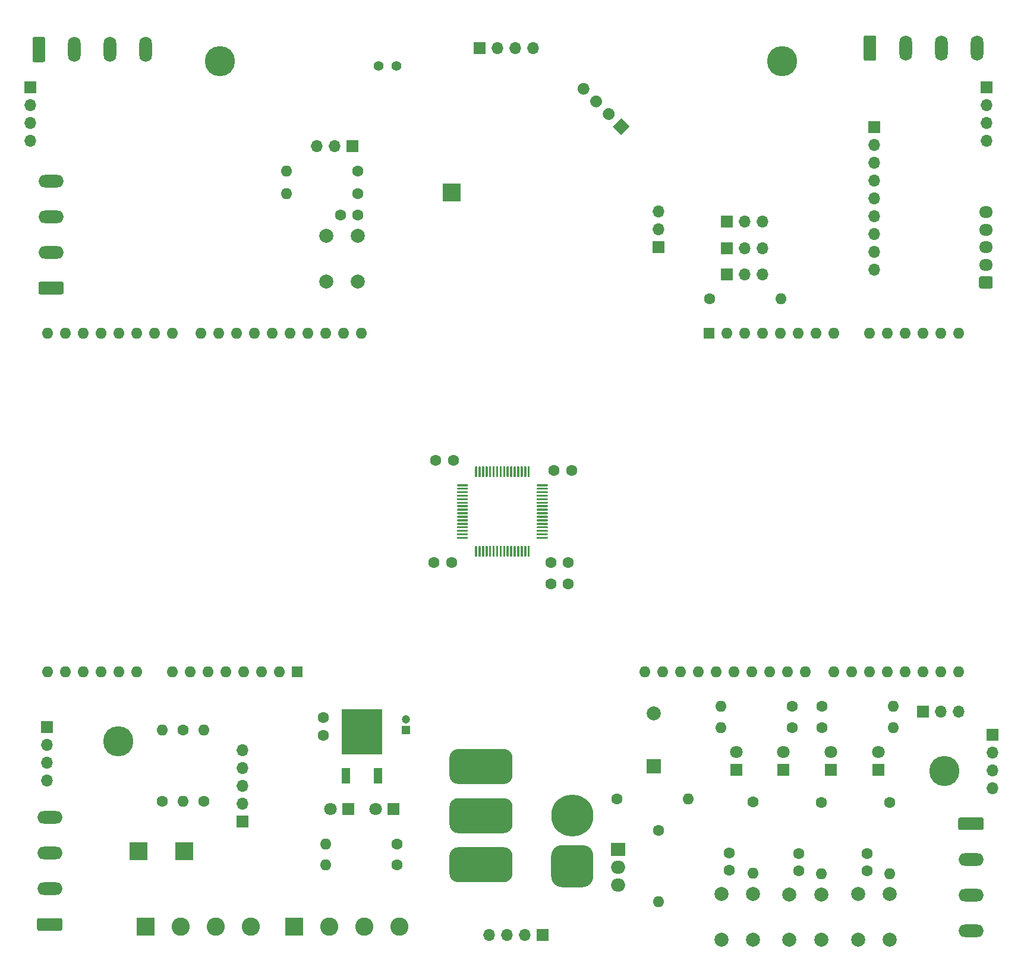
<source format=gts>
G04 #@! TF.GenerationSoftware,KiCad,Pcbnew,(5.1.9)-1*
G04 #@! TF.CreationDate,2022-03-30T20:26:24+02:00*
G04 #@! TF.ProjectId,robot_mobilny_pcb,726f626f-745f-46d6-9f62-696c6e795f70,rev?*
G04 #@! TF.SameCoordinates,Original*
G04 #@! TF.FileFunction,Soldermask,Top*
G04 #@! TF.FilePolarity,Negative*
%FSLAX46Y46*%
G04 Gerber Fmt 4.6, Leading zero omitted, Abs format (unit mm)*
G04 Created by KiCad (PCBNEW (5.1.9)-1) date 2022-03-30 20:26:24*
%MOMM*%
%LPD*%
G01*
G04 APERTURE LIST*
%ADD10R,2.500000X2.500000*%
%ADD11C,1.400000*%
%ADD12C,0.100000*%
%ADD13O,1.600000X1.600000*%
%ADD14R,1.600000X1.600000*%
%ADD15C,4.300000*%
%ADD16C,2.600000*%
%ADD17R,2.600000X2.600000*%
%ADD18R,1.700000X1.700000*%
%ADD19O,1.700000X1.700000*%
%ADD20C,1.600000*%
%ADD21C,1.800000*%
%ADD22R,1.800000X1.800000*%
%ADD23C,1.200000*%
%ADD24R,1.200000X1.200000*%
%ADD25R,2.000000X2.000000*%
%ADD26C,2.000000*%
%ADD27R,1.200000X2.200000*%
%ADD28R,5.800000X6.400000*%
%ADD29O,3.600000X1.800000*%
%ADD30O,1.800000X3.600000*%
%ADD31O,1.950000X1.700000*%
%ADD32C,6.000000*%
%ADD33O,2.000000X1.905000*%
%ADD34R,2.000000X1.905000*%
G04 APERTURE END LIST*
D10*
X81800000Y-84200000D03*
X37200000Y-178100000D03*
X43700000Y-178100000D03*
D11*
X73940000Y-66100000D03*
X71400000Y-66100000D03*
D12*
G36*
X105992102Y-73590020D02*
G01*
X107194184Y-74792102D01*
X105992102Y-75994184D01*
X104790020Y-74792102D01*
X105992102Y-73590020D01*
G37*
G36*
G01*
X104797092Y-72395010D02*
X104797092Y-72395010D01*
G75*
G02*
X104797092Y-73597092I-601041J-601041D01*
G01*
X104797092Y-73597092D01*
G75*
G02*
X103595010Y-73597092I-601041J601041D01*
G01*
X103595010Y-73597092D01*
G75*
G02*
X103595010Y-72395010I601041J601041D01*
G01*
X103595010Y-72395010D01*
G75*
G02*
X104797092Y-72395010I601041J-601041D01*
G01*
G37*
G36*
G01*
X103001041Y-70598959D02*
X103001041Y-70598959D01*
G75*
G02*
X103001041Y-71801041I-601041J-601041D01*
G01*
X103001041Y-71801041D01*
G75*
G02*
X101798959Y-71801041I-601041J601041D01*
G01*
X101798959Y-71801041D01*
G75*
G02*
X101798959Y-70598959I601041J601041D01*
G01*
X101798959Y-70598959D01*
G75*
G02*
X103001041Y-70598959I601041J-601041D01*
G01*
G37*
G36*
G01*
X101204989Y-68802907D02*
X101204989Y-68802907D01*
G75*
G02*
X101204989Y-70004989I-601041J-601041D01*
G01*
X101204989Y-70004989D01*
G75*
G02*
X100002907Y-70004989I-601041J601041D01*
G01*
X100002907Y-70004989D01*
G75*
G02*
X100002907Y-68802907I601041J601041D01*
G01*
X100002907Y-68802907D01*
G75*
G02*
X101204989Y-68802907I601041J-601041D01*
G01*
G37*
D13*
X26820000Y-104250000D03*
X24280000Y-104250000D03*
X63900000Y-104250000D03*
X24280000Y-152510000D03*
X61360000Y-104250000D03*
X26820000Y-152510000D03*
X58820000Y-104250000D03*
X29360000Y-152510000D03*
X56280000Y-104250000D03*
X31900000Y-152510000D03*
X53740000Y-104250000D03*
X34440000Y-152510000D03*
X51200000Y-104250000D03*
X36980000Y-152510000D03*
X48660000Y-104250000D03*
X42060000Y-152510000D03*
X46120000Y-104250000D03*
X44600000Y-152510000D03*
X42060000Y-104250000D03*
X47140000Y-152510000D03*
X39520000Y-104250000D03*
X49680000Y-152510000D03*
X36980000Y-104250000D03*
X52220000Y-152510000D03*
X34440000Y-104250000D03*
X54760000Y-152510000D03*
X31900000Y-104250000D03*
X57300000Y-152510000D03*
X29360000Y-104250000D03*
D14*
X59840000Y-152510000D03*
D13*
X66440000Y-104250000D03*
X68980000Y-104250000D03*
X109310000Y-152510000D03*
X111850000Y-152510000D03*
D14*
X118450000Y-104250000D03*
D13*
X148930000Y-152510000D03*
X120990000Y-104250000D03*
X146390000Y-152510000D03*
X123530000Y-104250000D03*
X143850000Y-152510000D03*
X126070000Y-104250000D03*
X141310000Y-152510000D03*
X128610000Y-104250000D03*
X138770000Y-152510000D03*
X131150000Y-104250000D03*
X136230000Y-152510000D03*
X133690000Y-104250000D03*
X132170000Y-152510000D03*
X136230000Y-104250000D03*
X129630000Y-152510000D03*
X141310000Y-104250000D03*
X127090000Y-152510000D03*
X143850000Y-104250000D03*
X124550000Y-152510000D03*
X146390000Y-104250000D03*
X122010000Y-152510000D03*
X148930000Y-104250000D03*
X119470000Y-152510000D03*
X151470000Y-104250000D03*
X116930000Y-152510000D03*
X154010000Y-104250000D03*
X114390000Y-152510000D03*
X154010000Y-152510000D03*
X151470000Y-152510000D03*
G36*
G01*
X85150000Y-124675000D02*
X85150000Y-123275000D01*
G75*
G02*
X85225000Y-123200000I75000J0D01*
G01*
X85375000Y-123200000D01*
G75*
G02*
X85450000Y-123275000I0J-75000D01*
G01*
X85450000Y-124675000D01*
G75*
G02*
X85375000Y-124750000I-75000J0D01*
G01*
X85225000Y-124750000D01*
G75*
G02*
X85150000Y-124675000I0J75000D01*
G01*
G37*
G36*
G01*
X85650000Y-124675000D02*
X85650000Y-123275000D01*
G75*
G02*
X85725000Y-123200000I75000J0D01*
G01*
X85875000Y-123200000D01*
G75*
G02*
X85950000Y-123275000I0J-75000D01*
G01*
X85950000Y-124675000D01*
G75*
G02*
X85875000Y-124750000I-75000J0D01*
G01*
X85725000Y-124750000D01*
G75*
G02*
X85650000Y-124675000I0J75000D01*
G01*
G37*
G36*
G01*
X86150000Y-124675000D02*
X86150000Y-123275000D01*
G75*
G02*
X86225000Y-123200000I75000J0D01*
G01*
X86375000Y-123200000D01*
G75*
G02*
X86450000Y-123275000I0J-75000D01*
G01*
X86450000Y-124675000D01*
G75*
G02*
X86375000Y-124750000I-75000J0D01*
G01*
X86225000Y-124750000D01*
G75*
G02*
X86150000Y-124675000I0J75000D01*
G01*
G37*
G36*
G01*
X86650000Y-124675000D02*
X86650000Y-123275000D01*
G75*
G02*
X86725000Y-123200000I75000J0D01*
G01*
X86875000Y-123200000D01*
G75*
G02*
X86950000Y-123275000I0J-75000D01*
G01*
X86950000Y-124675000D01*
G75*
G02*
X86875000Y-124750000I-75000J0D01*
G01*
X86725000Y-124750000D01*
G75*
G02*
X86650000Y-124675000I0J75000D01*
G01*
G37*
G36*
G01*
X87150000Y-124675000D02*
X87150000Y-123275000D01*
G75*
G02*
X87225000Y-123200000I75000J0D01*
G01*
X87375000Y-123200000D01*
G75*
G02*
X87450000Y-123275000I0J-75000D01*
G01*
X87450000Y-124675000D01*
G75*
G02*
X87375000Y-124750000I-75000J0D01*
G01*
X87225000Y-124750000D01*
G75*
G02*
X87150000Y-124675000I0J75000D01*
G01*
G37*
G36*
G01*
X87650000Y-124675000D02*
X87650000Y-123275000D01*
G75*
G02*
X87725000Y-123200000I75000J0D01*
G01*
X87875000Y-123200000D01*
G75*
G02*
X87950000Y-123275000I0J-75000D01*
G01*
X87950000Y-124675000D01*
G75*
G02*
X87875000Y-124750000I-75000J0D01*
G01*
X87725000Y-124750000D01*
G75*
G02*
X87650000Y-124675000I0J75000D01*
G01*
G37*
G36*
G01*
X88150000Y-124675000D02*
X88150000Y-123275000D01*
G75*
G02*
X88225000Y-123200000I75000J0D01*
G01*
X88375000Y-123200000D01*
G75*
G02*
X88450000Y-123275000I0J-75000D01*
G01*
X88450000Y-124675000D01*
G75*
G02*
X88375000Y-124750000I-75000J0D01*
G01*
X88225000Y-124750000D01*
G75*
G02*
X88150000Y-124675000I0J75000D01*
G01*
G37*
G36*
G01*
X88650000Y-124675000D02*
X88650000Y-123275000D01*
G75*
G02*
X88725000Y-123200000I75000J0D01*
G01*
X88875000Y-123200000D01*
G75*
G02*
X88950000Y-123275000I0J-75000D01*
G01*
X88950000Y-124675000D01*
G75*
G02*
X88875000Y-124750000I-75000J0D01*
G01*
X88725000Y-124750000D01*
G75*
G02*
X88650000Y-124675000I0J75000D01*
G01*
G37*
G36*
G01*
X89150000Y-124675000D02*
X89150000Y-123275000D01*
G75*
G02*
X89225000Y-123200000I75000J0D01*
G01*
X89375000Y-123200000D01*
G75*
G02*
X89450000Y-123275000I0J-75000D01*
G01*
X89450000Y-124675000D01*
G75*
G02*
X89375000Y-124750000I-75000J0D01*
G01*
X89225000Y-124750000D01*
G75*
G02*
X89150000Y-124675000I0J75000D01*
G01*
G37*
G36*
G01*
X89650000Y-124675000D02*
X89650000Y-123275000D01*
G75*
G02*
X89725000Y-123200000I75000J0D01*
G01*
X89875000Y-123200000D01*
G75*
G02*
X89950000Y-123275000I0J-75000D01*
G01*
X89950000Y-124675000D01*
G75*
G02*
X89875000Y-124750000I-75000J0D01*
G01*
X89725000Y-124750000D01*
G75*
G02*
X89650000Y-124675000I0J75000D01*
G01*
G37*
G36*
G01*
X90150000Y-124675000D02*
X90150000Y-123275000D01*
G75*
G02*
X90225000Y-123200000I75000J0D01*
G01*
X90375000Y-123200000D01*
G75*
G02*
X90450000Y-123275000I0J-75000D01*
G01*
X90450000Y-124675000D01*
G75*
G02*
X90375000Y-124750000I-75000J0D01*
G01*
X90225000Y-124750000D01*
G75*
G02*
X90150000Y-124675000I0J75000D01*
G01*
G37*
G36*
G01*
X90650000Y-124675000D02*
X90650000Y-123275000D01*
G75*
G02*
X90725000Y-123200000I75000J0D01*
G01*
X90875000Y-123200000D01*
G75*
G02*
X90950000Y-123275000I0J-75000D01*
G01*
X90950000Y-124675000D01*
G75*
G02*
X90875000Y-124750000I-75000J0D01*
G01*
X90725000Y-124750000D01*
G75*
G02*
X90650000Y-124675000I0J75000D01*
G01*
G37*
G36*
G01*
X91150000Y-124675000D02*
X91150000Y-123275000D01*
G75*
G02*
X91225000Y-123200000I75000J0D01*
G01*
X91375000Y-123200000D01*
G75*
G02*
X91450000Y-123275000I0J-75000D01*
G01*
X91450000Y-124675000D01*
G75*
G02*
X91375000Y-124750000I-75000J0D01*
G01*
X91225000Y-124750000D01*
G75*
G02*
X91150000Y-124675000I0J75000D01*
G01*
G37*
G36*
G01*
X91650000Y-124675000D02*
X91650000Y-123275000D01*
G75*
G02*
X91725000Y-123200000I75000J0D01*
G01*
X91875000Y-123200000D01*
G75*
G02*
X91950000Y-123275000I0J-75000D01*
G01*
X91950000Y-124675000D01*
G75*
G02*
X91875000Y-124750000I-75000J0D01*
G01*
X91725000Y-124750000D01*
G75*
G02*
X91650000Y-124675000I0J75000D01*
G01*
G37*
G36*
G01*
X92150000Y-124675000D02*
X92150000Y-123275000D01*
G75*
G02*
X92225000Y-123200000I75000J0D01*
G01*
X92375000Y-123200000D01*
G75*
G02*
X92450000Y-123275000I0J-75000D01*
G01*
X92450000Y-124675000D01*
G75*
G02*
X92375000Y-124750000I-75000J0D01*
G01*
X92225000Y-124750000D01*
G75*
G02*
X92150000Y-124675000I0J75000D01*
G01*
G37*
G36*
G01*
X92650000Y-124675000D02*
X92650000Y-123275000D01*
G75*
G02*
X92725000Y-123200000I75000J0D01*
G01*
X92875000Y-123200000D01*
G75*
G02*
X92950000Y-123275000I0J-75000D01*
G01*
X92950000Y-124675000D01*
G75*
G02*
X92875000Y-124750000I-75000J0D01*
G01*
X92725000Y-124750000D01*
G75*
G02*
X92650000Y-124675000I0J75000D01*
G01*
G37*
G36*
G01*
X93950000Y-125975000D02*
X93950000Y-125825000D01*
G75*
G02*
X94025000Y-125750000I75000J0D01*
G01*
X95425000Y-125750000D01*
G75*
G02*
X95500000Y-125825000I0J-75000D01*
G01*
X95500000Y-125975000D01*
G75*
G02*
X95425000Y-126050000I-75000J0D01*
G01*
X94025000Y-126050000D01*
G75*
G02*
X93950000Y-125975000I0J75000D01*
G01*
G37*
G36*
G01*
X93950000Y-126475000D02*
X93950000Y-126325000D01*
G75*
G02*
X94025000Y-126250000I75000J0D01*
G01*
X95425000Y-126250000D01*
G75*
G02*
X95500000Y-126325000I0J-75000D01*
G01*
X95500000Y-126475000D01*
G75*
G02*
X95425000Y-126550000I-75000J0D01*
G01*
X94025000Y-126550000D01*
G75*
G02*
X93950000Y-126475000I0J75000D01*
G01*
G37*
G36*
G01*
X93950000Y-126975000D02*
X93950000Y-126825000D01*
G75*
G02*
X94025000Y-126750000I75000J0D01*
G01*
X95425000Y-126750000D01*
G75*
G02*
X95500000Y-126825000I0J-75000D01*
G01*
X95500000Y-126975000D01*
G75*
G02*
X95425000Y-127050000I-75000J0D01*
G01*
X94025000Y-127050000D01*
G75*
G02*
X93950000Y-126975000I0J75000D01*
G01*
G37*
G36*
G01*
X93950000Y-127475000D02*
X93950000Y-127325000D01*
G75*
G02*
X94025000Y-127250000I75000J0D01*
G01*
X95425000Y-127250000D01*
G75*
G02*
X95500000Y-127325000I0J-75000D01*
G01*
X95500000Y-127475000D01*
G75*
G02*
X95425000Y-127550000I-75000J0D01*
G01*
X94025000Y-127550000D01*
G75*
G02*
X93950000Y-127475000I0J75000D01*
G01*
G37*
G36*
G01*
X93950000Y-127975000D02*
X93950000Y-127825000D01*
G75*
G02*
X94025000Y-127750000I75000J0D01*
G01*
X95425000Y-127750000D01*
G75*
G02*
X95500000Y-127825000I0J-75000D01*
G01*
X95500000Y-127975000D01*
G75*
G02*
X95425000Y-128050000I-75000J0D01*
G01*
X94025000Y-128050000D01*
G75*
G02*
X93950000Y-127975000I0J75000D01*
G01*
G37*
G36*
G01*
X93950000Y-128475000D02*
X93950000Y-128325000D01*
G75*
G02*
X94025000Y-128250000I75000J0D01*
G01*
X95425000Y-128250000D01*
G75*
G02*
X95500000Y-128325000I0J-75000D01*
G01*
X95500000Y-128475000D01*
G75*
G02*
X95425000Y-128550000I-75000J0D01*
G01*
X94025000Y-128550000D01*
G75*
G02*
X93950000Y-128475000I0J75000D01*
G01*
G37*
G36*
G01*
X93950000Y-128975000D02*
X93950000Y-128825000D01*
G75*
G02*
X94025000Y-128750000I75000J0D01*
G01*
X95425000Y-128750000D01*
G75*
G02*
X95500000Y-128825000I0J-75000D01*
G01*
X95500000Y-128975000D01*
G75*
G02*
X95425000Y-129050000I-75000J0D01*
G01*
X94025000Y-129050000D01*
G75*
G02*
X93950000Y-128975000I0J75000D01*
G01*
G37*
G36*
G01*
X93950000Y-129475000D02*
X93950000Y-129325000D01*
G75*
G02*
X94025000Y-129250000I75000J0D01*
G01*
X95425000Y-129250000D01*
G75*
G02*
X95500000Y-129325000I0J-75000D01*
G01*
X95500000Y-129475000D01*
G75*
G02*
X95425000Y-129550000I-75000J0D01*
G01*
X94025000Y-129550000D01*
G75*
G02*
X93950000Y-129475000I0J75000D01*
G01*
G37*
G36*
G01*
X93950000Y-129975000D02*
X93950000Y-129825000D01*
G75*
G02*
X94025000Y-129750000I75000J0D01*
G01*
X95425000Y-129750000D01*
G75*
G02*
X95500000Y-129825000I0J-75000D01*
G01*
X95500000Y-129975000D01*
G75*
G02*
X95425000Y-130050000I-75000J0D01*
G01*
X94025000Y-130050000D01*
G75*
G02*
X93950000Y-129975000I0J75000D01*
G01*
G37*
G36*
G01*
X93950000Y-130475000D02*
X93950000Y-130325000D01*
G75*
G02*
X94025000Y-130250000I75000J0D01*
G01*
X95425000Y-130250000D01*
G75*
G02*
X95500000Y-130325000I0J-75000D01*
G01*
X95500000Y-130475000D01*
G75*
G02*
X95425000Y-130550000I-75000J0D01*
G01*
X94025000Y-130550000D01*
G75*
G02*
X93950000Y-130475000I0J75000D01*
G01*
G37*
G36*
G01*
X93950000Y-130975000D02*
X93950000Y-130825000D01*
G75*
G02*
X94025000Y-130750000I75000J0D01*
G01*
X95425000Y-130750000D01*
G75*
G02*
X95500000Y-130825000I0J-75000D01*
G01*
X95500000Y-130975000D01*
G75*
G02*
X95425000Y-131050000I-75000J0D01*
G01*
X94025000Y-131050000D01*
G75*
G02*
X93950000Y-130975000I0J75000D01*
G01*
G37*
G36*
G01*
X93950000Y-131475000D02*
X93950000Y-131325000D01*
G75*
G02*
X94025000Y-131250000I75000J0D01*
G01*
X95425000Y-131250000D01*
G75*
G02*
X95500000Y-131325000I0J-75000D01*
G01*
X95500000Y-131475000D01*
G75*
G02*
X95425000Y-131550000I-75000J0D01*
G01*
X94025000Y-131550000D01*
G75*
G02*
X93950000Y-131475000I0J75000D01*
G01*
G37*
G36*
G01*
X93950000Y-131975000D02*
X93950000Y-131825000D01*
G75*
G02*
X94025000Y-131750000I75000J0D01*
G01*
X95425000Y-131750000D01*
G75*
G02*
X95500000Y-131825000I0J-75000D01*
G01*
X95500000Y-131975000D01*
G75*
G02*
X95425000Y-132050000I-75000J0D01*
G01*
X94025000Y-132050000D01*
G75*
G02*
X93950000Y-131975000I0J75000D01*
G01*
G37*
G36*
G01*
X93950000Y-132475000D02*
X93950000Y-132325000D01*
G75*
G02*
X94025000Y-132250000I75000J0D01*
G01*
X95425000Y-132250000D01*
G75*
G02*
X95500000Y-132325000I0J-75000D01*
G01*
X95500000Y-132475000D01*
G75*
G02*
X95425000Y-132550000I-75000J0D01*
G01*
X94025000Y-132550000D01*
G75*
G02*
X93950000Y-132475000I0J75000D01*
G01*
G37*
G36*
G01*
X93950000Y-132975000D02*
X93950000Y-132825000D01*
G75*
G02*
X94025000Y-132750000I75000J0D01*
G01*
X95425000Y-132750000D01*
G75*
G02*
X95500000Y-132825000I0J-75000D01*
G01*
X95500000Y-132975000D01*
G75*
G02*
X95425000Y-133050000I-75000J0D01*
G01*
X94025000Y-133050000D01*
G75*
G02*
X93950000Y-132975000I0J75000D01*
G01*
G37*
G36*
G01*
X93950000Y-133475000D02*
X93950000Y-133325000D01*
G75*
G02*
X94025000Y-133250000I75000J0D01*
G01*
X95425000Y-133250000D01*
G75*
G02*
X95500000Y-133325000I0J-75000D01*
G01*
X95500000Y-133475000D01*
G75*
G02*
X95425000Y-133550000I-75000J0D01*
G01*
X94025000Y-133550000D01*
G75*
G02*
X93950000Y-133475000I0J75000D01*
G01*
G37*
G36*
G01*
X92650000Y-136025000D02*
X92650000Y-134625000D01*
G75*
G02*
X92725000Y-134550000I75000J0D01*
G01*
X92875000Y-134550000D01*
G75*
G02*
X92950000Y-134625000I0J-75000D01*
G01*
X92950000Y-136025000D01*
G75*
G02*
X92875000Y-136100000I-75000J0D01*
G01*
X92725000Y-136100000D01*
G75*
G02*
X92650000Y-136025000I0J75000D01*
G01*
G37*
G36*
G01*
X92150000Y-136025000D02*
X92150000Y-134625000D01*
G75*
G02*
X92225000Y-134550000I75000J0D01*
G01*
X92375000Y-134550000D01*
G75*
G02*
X92450000Y-134625000I0J-75000D01*
G01*
X92450000Y-136025000D01*
G75*
G02*
X92375000Y-136100000I-75000J0D01*
G01*
X92225000Y-136100000D01*
G75*
G02*
X92150000Y-136025000I0J75000D01*
G01*
G37*
G36*
G01*
X91650000Y-136025000D02*
X91650000Y-134625000D01*
G75*
G02*
X91725000Y-134550000I75000J0D01*
G01*
X91875000Y-134550000D01*
G75*
G02*
X91950000Y-134625000I0J-75000D01*
G01*
X91950000Y-136025000D01*
G75*
G02*
X91875000Y-136100000I-75000J0D01*
G01*
X91725000Y-136100000D01*
G75*
G02*
X91650000Y-136025000I0J75000D01*
G01*
G37*
G36*
G01*
X91150000Y-136025000D02*
X91150000Y-134625000D01*
G75*
G02*
X91225000Y-134550000I75000J0D01*
G01*
X91375000Y-134550000D01*
G75*
G02*
X91450000Y-134625000I0J-75000D01*
G01*
X91450000Y-136025000D01*
G75*
G02*
X91375000Y-136100000I-75000J0D01*
G01*
X91225000Y-136100000D01*
G75*
G02*
X91150000Y-136025000I0J75000D01*
G01*
G37*
G36*
G01*
X90650000Y-136025000D02*
X90650000Y-134625000D01*
G75*
G02*
X90725000Y-134550000I75000J0D01*
G01*
X90875000Y-134550000D01*
G75*
G02*
X90950000Y-134625000I0J-75000D01*
G01*
X90950000Y-136025000D01*
G75*
G02*
X90875000Y-136100000I-75000J0D01*
G01*
X90725000Y-136100000D01*
G75*
G02*
X90650000Y-136025000I0J75000D01*
G01*
G37*
G36*
G01*
X90150000Y-136025000D02*
X90150000Y-134625000D01*
G75*
G02*
X90225000Y-134550000I75000J0D01*
G01*
X90375000Y-134550000D01*
G75*
G02*
X90450000Y-134625000I0J-75000D01*
G01*
X90450000Y-136025000D01*
G75*
G02*
X90375000Y-136100000I-75000J0D01*
G01*
X90225000Y-136100000D01*
G75*
G02*
X90150000Y-136025000I0J75000D01*
G01*
G37*
G36*
G01*
X89650000Y-136025000D02*
X89650000Y-134625000D01*
G75*
G02*
X89725000Y-134550000I75000J0D01*
G01*
X89875000Y-134550000D01*
G75*
G02*
X89950000Y-134625000I0J-75000D01*
G01*
X89950000Y-136025000D01*
G75*
G02*
X89875000Y-136100000I-75000J0D01*
G01*
X89725000Y-136100000D01*
G75*
G02*
X89650000Y-136025000I0J75000D01*
G01*
G37*
G36*
G01*
X89150000Y-136025000D02*
X89150000Y-134625000D01*
G75*
G02*
X89225000Y-134550000I75000J0D01*
G01*
X89375000Y-134550000D01*
G75*
G02*
X89450000Y-134625000I0J-75000D01*
G01*
X89450000Y-136025000D01*
G75*
G02*
X89375000Y-136100000I-75000J0D01*
G01*
X89225000Y-136100000D01*
G75*
G02*
X89150000Y-136025000I0J75000D01*
G01*
G37*
G36*
G01*
X88650000Y-136025000D02*
X88650000Y-134625000D01*
G75*
G02*
X88725000Y-134550000I75000J0D01*
G01*
X88875000Y-134550000D01*
G75*
G02*
X88950000Y-134625000I0J-75000D01*
G01*
X88950000Y-136025000D01*
G75*
G02*
X88875000Y-136100000I-75000J0D01*
G01*
X88725000Y-136100000D01*
G75*
G02*
X88650000Y-136025000I0J75000D01*
G01*
G37*
G36*
G01*
X88150000Y-136025000D02*
X88150000Y-134625000D01*
G75*
G02*
X88225000Y-134550000I75000J0D01*
G01*
X88375000Y-134550000D01*
G75*
G02*
X88450000Y-134625000I0J-75000D01*
G01*
X88450000Y-136025000D01*
G75*
G02*
X88375000Y-136100000I-75000J0D01*
G01*
X88225000Y-136100000D01*
G75*
G02*
X88150000Y-136025000I0J75000D01*
G01*
G37*
G36*
G01*
X87650000Y-136025000D02*
X87650000Y-134625000D01*
G75*
G02*
X87725000Y-134550000I75000J0D01*
G01*
X87875000Y-134550000D01*
G75*
G02*
X87950000Y-134625000I0J-75000D01*
G01*
X87950000Y-136025000D01*
G75*
G02*
X87875000Y-136100000I-75000J0D01*
G01*
X87725000Y-136100000D01*
G75*
G02*
X87650000Y-136025000I0J75000D01*
G01*
G37*
G36*
G01*
X87150000Y-136025000D02*
X87150000Y-134625000D01*
G75*
G02*
X87225000Y-134550000I75000J0D01*
G01*
X87375000Y-134550000D01*
G75*
G02*
X87450000Y-134625000I0J-75000D01*
G01*
X87450000Y-136025000D01*
G75*
G02*
X87375000Y-136100000I-75000J0D01*
G01*
X87225000Y-136100000D01*
G75*
G02*
X87150000Y-136025000I0J75000D01*
G01*
G37*
G36*
G01*
X86650000Y-136025000D02*
X86650000Y-134625000D01*
G75*
G02*
X86725000Y-134550000I75000J0D01*
G01*
X86875000Y-134550000D01*
G75*
G02*
X86950000Y-134625000I0J-75000D01*
G01*
X86950000Y-136025000D01*
G75*
G02*
X86875000Y-136100000I-75000J0D01*
G01*
X86725000Y-136100000D01*
G75*
G02*
X86650000Y-136025000I0J75000D01*
G01*
G37*
G36*
G01*
X86150000Y-136025000D02*
X86150000Y-134625000D01*
G75*
G02*
X86225000Y-134550000I75000J0D01*
G01*
X86375000Y-134550000D01*
G75*
G02*
X86450000Y-134625000I0J-75000D01*
G01*
X86450000Y-136025000D01*
G75*
G02*
X86375000Y-136100000I-75000J0D01*
G01*
X86225000Y-136100000D01*
G75*
G02*
X86150000Y-136025000I0J75000D01*
G01*
G37*
G36*
G01*
X85650000Y-136025000D02*
X85650000Y-134625000D01*
G75*
G02*
X85725000Y-134550000I75000J0D01*
G01*
X85875000Y-134550000D01*
G75*
G02*
X85950000Y-134625000I0J-75000D01*
G01*
X85950000Y-136025000D01*
G75*
G02*
X85875000Y-136100000I-75000J0D01*
G01*
X85725000Y-136100000D01*
G75*
G02*
X85650000Y-136025000I0J75000D01*
G01*
G37*
G36*
G01*
X85150000Y-136025000D02*
X85150000Y-134625000D01*
G75*
G02*
X85225000Y-134550000I75000J0D01*
G01*
X85375000Y-134550000D01*
G75*
G02*
X85450000Y-134625000I0J-75000D01*
G01*
X85450000Y-136025000D01*
G75*
G02*
X85375000Y-136100000I-75000J0D01*
G01*
X85225000Y-136100000D01*
G75*
G02*
X85150000Y-136025000I0J75000D01*
G01*
G37*
G36*
G01*
X82600000Y-133475000D02*
X82600000Y-133325000D01*
G75*
G02*
X82675000Y-133250000I75000J0D01*
G01*
X84075000Y-133250000D01*
G75*
G02*
X84150000Y-133325000I0J-75000D01*
G01*
X84150000Y-133475000D01*
G75*
G02*
X84075000Y-133550000I-75000J0D01*
G01*
X82675000Y-133550000D01*
G75*
G02*
X82600000Y-133475000I0J75000D01*
G01*
G37*
G36*
G01*
X82600000Y-132975000D02*
X82600000Y-132825000D01*
G75*
G02*
X82675000Y-132750000I75000J0D01*
G01*
X84075000Y-132750000D01*
G75*
G02*
X84150000Y-132825000I0J-75000D01*
G01*
X84150000Y-132975000D01*
G75*
G02*
X84075000Y-133050000I-75000J0D01*
G01*
X82675000Y-133050000D01*
G75*
G02*
X82600000Y-132975000I0J75000D01*
G01*
G37*
G36*
G01*
X82600000Y-132475000D02*
X82600000Y-132325000D01*
G75*
G02*
X82675000Y-132250000I75000J0D01*
G01*
X84075000Y-132250000D01*
G75*
G02*
X84150000Y-132325000I0J-75000D01*
G01*
X84150000Y-132475000D01*
G75*
G02*
X84075000Y-132550000I-75000J0D01*
G01*
X82675000Y-132550000D01*
G75*
G02*
X82600000Y-132475000I0J75000D01*
G01*
G37*
G36*
G01*
X82600000Y-131975000D02*
X82600000Y-131825000D01*
G75*
G02*
X82675000Y-131750000I75000J0D01*
G01*
X84075000Y-131750000D01*
G75*
G02*
X84150000Y-131825000I0J-75000D01*
G01*
X84150000Y-131975000D01*
G75*
G02*
X84075000Y-132050000I-75000J0D01*
G01*
X82675000Y-132050000D01*
G75*
G02*
X82600000Y-131975000I0J75000D01*
G01*
G37*
G36*
G01*
X82600000Y-131475000D02*
X82600000Y-131325000D01*
G75*
G02*
X82675000Y-131250000I75000J0D01*
G01*
X84075000Y-131250000D01*
G75*
G02*
X84150000Y-131325000I0J-75000D01*
G01*
X84150000Y-131475000D01*
G75*
G02*
X84075000Y-131550000I-75000J0D01*
G01*
X82675000Y-131550000D01*
G75*
G02*
X82600000Y-131475000I0J75000D01*
G01*
G37*
G36*
G01*
X82600000Y-130975000D02*
X82600000Y-130825000D01*
G75*
G02*
X82675000Y-130750000I75000J0D01*
G01*
X84075000Y-130750000D01*
G75*
G02*
X84150000Y-130825000I0J-75000D01*
G01*
X84150000Y-130975000D01*
G75*
G02*
X84075000Y-131050000I-75000J0D01*
G01*
X82675000Y-131050000D01*
G75*
G02*
X82600000Y-130975000I0J75000D01*
G01*
G37*
G36*
G01*
X82600000Y-130475000D02*
X82600000Y-130325000D01*
G75*
G02*
X82675000Y-130250000I75000J0D01*
G01*
X84075000Y-130250000D01*
G75*
G02*
X84150000Y-130325000I0J-75000D01*
G01*
X84150000Y-130475000D01*
G75*
G02*
X84075000Y-130550000I-75000J0D01*
G01*
X82675000Y-130550000D01*
G75*
G02*
X82600000Y-130475000I0J75000D01*
G01*
G37*
G36*
G01*
X82600000Y-129975000D02*
X82600000Y-129825000D01*
G75*
G02*
X82675000Y-129750000I75000J0D01*
G01*
X84075000Y-129750000D01*
G75*
G02*
X84150000Y-129825000I0J-75000D01*
G01*
X84150000Y-129975000D01*
G75*
G02*
X84075000Y-130050000I-75000J0D01*
G01*
X82675000Y-130050000D01*
G75*
G02*
X82600000Y-129975000I0J75000D01*
G01*
G37*
G36*
G01*
X82600000Y-129475000D02*
X82600000Y-129325000D01*
G75*
G02*
X82675000Y-129250000I75000J0D01*
G01*
X84075000Y-129250000D01*
G75*
G02*
X84150000Y-129325000I0J-75000D01*
G01*
X84150000Y-129475000D01*
G75*
G02*
X84075000Y-129550000I-75000J0D01*
G01*
X82675000Y-129550000D01*
G75*
G02*
X82600000Y-129475000I0J75000D01*
G01*
G37*
G36*
G01*
X82600000Y-128975000D02*
X82600000Y-128825000D01*
G75*
G02*
X82675000Y-128750000I75000J0D01*
G01*
X84075000Y-128750000D01*
G75*
G02*
X84150000Y-128825000I0J-75000D01*
G01*
X84150000Y-128975000D01*
G75*
G02*
X84075000Y-129050000I-75000J0D01*
G01*
X82675000Y-129050000D01*
G75*
G02*
X82600000Y-128975000I0J75000D01*
G01*
G37*
G36*
G01*
X82600000Y-128475000D02*
X82600000Y-128325000D01*
G75*
G02*
X82675000Y-128250000I75000J0D01*
G01*
X84075000Y-128250000D01*
G75*
G02*
X84150000Y-128325000I0J-75000D01*
G01*
X84150000Y-128475000D01*
G75*
G02*
X84075000Y-128550000I-75000J0D01*
G01*
X82675000Y-128550000D01*
G75*
G02*
X82600000Y-128475000I0J75000D01*
G01*
G37*
G36*
G01*
X82600000Y-127975000D02*
X82600000Y-127825000D01*
G75*
G02*
X82675000Y-127750000I75000J0D01*
G01*
X84075000Y-127750000D01*
G75*
G02*
X84150000Y-127825000I0J-75000D01*
G01*
X84150000Y-127975000D01*
G75*
G02*
X84075000Y-128050000I-75000J0D01*
G01*
X82675000Y-128050000D01*
G75*
G02*
X82600000Y-127975000I0J75000D01*
G01*
G37*
G36*
G01*
X82600000Y-127475000D02*
X82600000Y-127325000D01*
G75*
G02*
X82675000Y-127250000I75000J0D01*
G01*
X84075000Y-127250000D01*
G75*
G02*
X84150000Y-127325000I0J-75000D01*
G01*
X84150000Y-127475000D01*
G75*
G02*
X84075000Y-127550000I-75000J0D01*
G01*
X82675000Y-127550000D01*
G75*
G02*
X82600000Y-127475000I0J75000D01*
G01*
G37*
G36*
G01*
X82600000Y-126975000D02*
X82600000Y-126825000D01*
G75*
G02*
X82675000Y-126750000I75000J0D01*
G01*
X84075000Y-126750000D01*
G75*
G02*
X84150000Y-126825000I0J-75000D01*
G01*
X84150000Y-126975000D01*
G75*
G02*
X84075000Y-127050000I-75000J0D01*
G01*
X82675000Y-127050000D01*
G75*
G02*
X82600000Y-126975000I0J75000D01*
G01*
G37*
G36*
G01*
X82600000Y-126475000D02*
X82600000Y-126325000D01*
G75*
G02*
X82675000Y-126250000I75000J0D01*
G01*
X84075000Y-126250000D01*
G75*
G02*
X84150000Y-126325000I0J-75000D01*
G01*
X84150000Y-126475000D01*
G75*
G02*
X84075000Y-126550000I-75000J0D01*
G01*
X82675000Y-126550000D01*
G75*
G02*
X82600000Y-126475000I0J75000D01*
G01*
G37*
G36*
G01*
X82600000Y-125975000D02*
X82600000Y-125825000D01*
G75*
G02*
X82675000Y-125750000I75000J0D01*
G01*
X84075000Y-125750000D01*
G75*
G02*
X84150000Y-125825000I0J-75000D01*
G01*
X84150000Y-125975000D01*
G75*
G02*
X84075000Y-126050000I-75000J0D01*
G01*
X82675000Y-126050000D01*
G75*
G02*
X82600000Y-125975000I0J75000D01*
G01*
G37*
D15*
X152000000Y-166600000D03*
X34300000Y-162400000D03*
X128900000Y-65500000D03*
X48800000Y-65500000D03*
D16*
X53200000Y-188800000D03*
X48200000Y-188800000D03*
X43200000Y-188800000D03*
D17*
X38200000Y-188800000D03*
D16*
X74400000Y-188800000D03*
X69400000Y-188800000D03*
X64400000Y-188800000D03*
D17*
X59400000Y-188800000D03*
D18*
X52050000Y-173800000D03*
D19*
X52050000Y-171260000D03*
X52050000Y-168720000D03*
X52050000Y-166180000D03*
X52050000Y-163640000D03*
G36*
G01*
X81500000Y-167250000D02*
X81500000Y-164750000D01*
G75*
G02*
X82750000Y-163500000I1250000J0D01*
G01*
X89250000Y-163500000D01*
G75*
G02*
X90500000Y-164750000I0J-1250000D01*
G01*
X90500000Y-167250000D01*
G75*
G02*
X89250000Y-168500000I-1250000J0D01*
G01*
X82750000Y-168500000D01*
G75*
G02*
X81500000Y-167250000I0J1250000D01*
G01*
G37*
G36*
G01*
X81500000Y-174250000D02*
X81500000Y-171750000D01*
G75*
G02*
X82750000Y-170500000I1250000J0D01*
G01*
X89250000Y-170500000D01*
G75*
G02*
X90500000Y-171750000I0J-1250000D01*
G01*
X90500000Y-174250000D01*
G75*
G02*
X89250000Y-175500000I-1250000J0D01*
G01*
X82750000Y-175500000D01*
G75*
G02*
X81500000Y-174250000I0J1250000D01*
G01*
G37*
G36*
G01*
X81500000Y-181250000D02*
X81500000Y-178750000D01*
G75*
G02*
X82750000Y-177500000I1250000J0D01*
G01*
X89250000Y-177500000D01*
G75*
G02*
X90500000Y-178750000I0J-1250000D01*
G01*
X90500000Y-181250000D01*
G75*
G02*
X89250000Y-182500000I-1250000J0D01*
G01*
X82750000Y-182500000D01*
G75*
G02*
X81500000Y-181250000I0J1250000D01*
G01*
G37*
X87180000Y-190000000D03*
X89720000Y-190000000D03*
X92260000Y-190000000D03*
D18*
X94800000Y-190000000D03*
D13*
X46550000Y-160800000D03*
D20*
X46550000Y-170960000D03*
D13*
X43550000Y-170960000D03*
D20*
X43550000Y-160800000D03*
X95950000Y-140000000D03*
X98450000Y-140000000D03*
D21*
X71010000Y-172050000D03*
D22*
X73550000Y-172050000D03*
D21*
X64510000Y-172050000D03*
D22*
X67050000Y-172050000D03*
D13*
X63890000Y-180050000D03*
D20*
X74050000Y-180050000D03*
D13*
X63890000Y-177050000D03*
D20*
X74050000Y-177050000D03*
D13*
X144250000Y-181310000D03*
D20*
X144250000Y-171150000D03*
D13*
X134500000Y-181310000D03*
D20*
X134500000Y-171150000D03*
D13*
X144760000Y-157450000D03*
D20*
X134600000Y-157450000D03*
D13*
X144760000Y-160450000D03*
D20*
X134600000Y-160450000D03*
D13*
X120190000Y-157450000D03*
D20*
X130350000Y-157450000D03*
D13*
X124750000Y-181200000D03*
D20*
X124750000Y-171040000D03*
X105400000Y-170600000D03*
D13*
X115560000Y-170600000D03*
X120190000Y-160450000D03*
D20*
X130350000Y-160450000D03*
X118550000Y-99350000D03*
D13*
X128710000Y-99350000D03*
X58290000Y-81100000D03*
D20*
X68450000Y-81100000D03*
D13*
X58290000Y-84350000D03*
D20*
X68450000Y-84350000D03*
D13*
X111300000Y-185260000D03*
D20*
X111300000Y-175100000D03*
D13*
X40550000Y-160800000D03*
D20*
X40550000Y-170960000D03*
D18*
X149000000Y-158200000D03*
D19*
X151540000Y-158200000D03*
X154080000Y-158200000D03*
D18*
X111250000Y-92000000D03*
D19*
X111250000Y-89460000D03*
X111250000Y-86920000D03*
D18*
X121050000Y-88350000D03*
D19*
X123590000Y-88350000D03*
X126130000Y-88350000D03*
D18*
X121050000Y-92100000D03*
D19*
X123590000Y-92100000D03*
X126130000Y-92100000D03*
X24200000Y-168020000D03*
X24200000Y-165480000D03*
X24200000Y-162940000D03*
D18*
X24200000Y-160400000D03*
D19*
X142000000Y-95220000D03*
X142000000Y-92680000D03*
X142000000Y-90140000D03*
X142000000Y-87600000D03*
X142000000Y-85060000D03*
X142000000Y-82520000D03*
X142000000Y-79980000D03*
X142000000Y-77440000D03*
D18*
X142000000Y-74900000D03*
X121010000Y-95850000D03*
D19*
X123550000Y-95850000D03*
X126090000Y-95850000D03*
X62620000Y-77600000D03*
X65160000Y-77600000D03*
D18*
X67700000Y-77600000D03*
D20*
X141000000Y-180900000D03*
X141000000Y-178400000D03*
X131250000Y-180900000D03*
X131250000Y-178400000D03*
X121400000Y-180800000D03*
X121400000Y-178300000D03*
X65950000Y-87350000D03*
X68450000Y-87350000D03*
D23*
X75300000Y-159300000D03*
D24*
X75300000Y-160800000D03*
D20*
X63550000Y-159050000D03*
X63550000Y-161550000D03*
X79300000Y-136900000D03*
X81800000Y-136900000D03*
X95950000Y-136900000D03*
X98450000Y-136900000D03*
X96400000Y-123800000D03*
X98900000Y-123800000D03*
X82050000Y-122400000D03*
X79550000Y-122400000D03*
D25*
X110600000Y-166000000D03*
D26*
X110600000Y-158400000D03*
X68450000Y-96850000D03*
X63950000Y-96850000D03*
X68450000Y-90350000D03*
X63950000Y-90350000D03*
D27*
X66770000Y-167350000D03*
X71330000Y-167350000D03*
D28*
X69050000Y-161050000D03*
D26*
X144250000Y-190650000D03*
X139750000Y-190650000D03*
X144250000Y-184150000D03*
X139750000Y-184150000D03*
X134450000Y-190710000D03*
X129950000Y-190710000D03*
X134450000Y-184210000D03*
X129950000Y-184210000D03*
X124750000Y-190650000D03*
X120250000Y-190650000D03*
X124750000Y-184150000D03*
X120250000Y-184150000D03*
D19*
X93420000Y-63600000D03*
X90880000Y-63600000D03*
X88340000Y-63600000D03*
D18*
X85800000Y-63600000D03*
D19*
X158000000Y-76820000D03*
X158000000Y-74280000D03*
X158000000Y-71740000D03*
D18*
X158000000Y-69200000D03*
D19*
X21800000Y-76820000D03*
X21800000Y-74280000D03*
X21800000Y-71740000D03*
D18*
X21800000Y-69200000D03*
D19*
X158885000Y-169120000D03*
X158885000Y-166580000D03*
X158885000Y-164040000D03*
D18*
X158885000Y-161500000D03*
D29*
X155800000Y-189400000D03*
X155800000Y-184320000D03*
X155800000Y-179240000D03*
G36*
G01*
X154250000Y-173260000D02*
X157350000Y-173260000D01*
G75*
G02*
X157600000Y-173510000I0J-250000D01*
G01*
X157600000Y-174810000D01*
G75*
G02*
X157350000Y-175060000I-250000J0D01*
G01*
X154250000Y-175060000D01*
G75*
G02*
X154000000Y-174810000I0J250000D01*
G01*
X154000000Y-173510000D01*
G75*
G02*
X154250000Y-173260000I250000J0D01*
G01*
G37*
X24550000Y-173265000D03*
X24550000Y-178345000D03*
X24550000Y-183425000D03*
G36*
G01*
X26100000Y-189405000D02*
X23000000Y-189405000D01*
G75*
G02*
X22750000Y-189155000I0J250000D01*
G01*
X22750000Y-187855000D01*
G75*
G02*
X23000000Y-187605000I250000J0D01*
G01*
X26100000Y-187605000D01*
G75*
G02*
X26350000Y-187855000I0J-250000D01*
G01*
X26350000Y-189155000D01*
G75*
G02*
X26100000Y-189405000I-250000J0D01*
G01*
G37*
D30*
X156640000Y-63600000D03*
X151560000Y-63600000D03*
X146480000Y-63600000D03*
G36*
G01*
X140500000Y-65150000D02*
X140500000Y-62050000D01*
G75*
G02*
X140750000Y-61800000I250000J0D01*
G01*
X142050000Y-61800000D01*
G75*
G02*
X142300000Y-62050000I0J-250000D01*
G01*
X142300000Y-65150000D01*
G75*
G02*
X142050000Y-65400000I-250000J0D01*
G01*
X140750000Y-65400000D01*
G75*
G02*
X140500000Y-65150000I0J250000D01*
G01*
G37*
D31*
X157935000Y-87000000D03*
X157935000Y-89500000D03*
X157935000Y-92000000D03*
X157935000Y-94500000D03*
G36*
G01*
X158660000Y-97850000D02*
X157210000Y-97850000D01*
G75*
G02*
X156960000Y-97600000I0J250000D01*
G01*
X156960000Y-96400000D01*
G75*
G02*
X157210000Y-96150000I250000J0D01*
G01*
X158660000Y-96150000D01*
G75*
G02*
X158910000Y-96400000I0J-250000D01*
G01*
X158910000Y-97600000D01*
G75*
G02*
X158660000Y-97850000I-250000J0D01*
G01*
G37*
D29*
X24750000Y-82560000D03*
X24750000Y-87640000D03*
X24750000Y-92720000D03*
G36*
G01*
X26300000Y-98700000D02*
X23200000Y-98700000D01*
G75*
G02*
X22950000Y-98450000I0J250000D01*
G01*
X22950000Y-97150000D01*
G75*
G02*
X23200000Y-96900000I250000J0D01*
G01*
X26300000Y-96900000D01*
G75*
G02*
X26550000Y-97150000I0J-250000D01*
G01*
X26550000Y-98450000D01*
G75*
G02*
X26300000Y-98700000I-250000J0D01*
G01*
G37*
D30*
X38240000Y-63800000D03*
X33160000Y-63800000D03*
X28080000Y-63800000D03*
G36*
G01*
X22100000Y-65350000D02*
X22100000Y-62250000D01*
G75*
G02*
X22350000Y-62000000I250000J0D01*
G01*
X23650000Y-62000000D01*
G75*
G02*
X23900000Y-62250000I0J-250000D01*
G01*
X23900000Y-65350000D01*
G75*
G02*
X23650000Y-65600000I-250000J0D01*
G01*
X22350000Y-65600000D01*
G75*
G02*
X22100000Y-65350000I0J250000D01*
G01*
G37*
G36*
G01*
X100500000Y-183200000D02*
X97500000Y-183200000D01*
G75*
G02*
X96000000Y-181700000I0J1500000D01*
G01*
X96000000Y-178700000D01*
G75*
G02*
X97500000Y-177200000I1500000J0D01*
G01*
X100500000Y-177200000D01*
G75*
G02*
X102000000Y-178700000I0J-1500000D01*
G01*
X102000000Y-181700000D01*
G75*
G02*
X100500000Y-183200000I-1500000J0D01*
G01*
G37*
D32*
X99000000Y-173000000D03*
D21*
X142600000Y-163910000D03*
D22*
X142600000Y-166450000D03*
D21*
X135850000Y-163910000D03*
D22*
X135850000Y-166450000D03*
D21*
X129100000Y-163910000D03*
D22*
X129100000Y-166450000D03*
D21*
X122350000Y-163910000D03*
D22*
X122350000Y-166450000D03*
D33*
X105550000Y-182890000D03*
X105550000Y-180350000D03*
D34*
X105550000Y-177810000D03*
M02*

</source>
